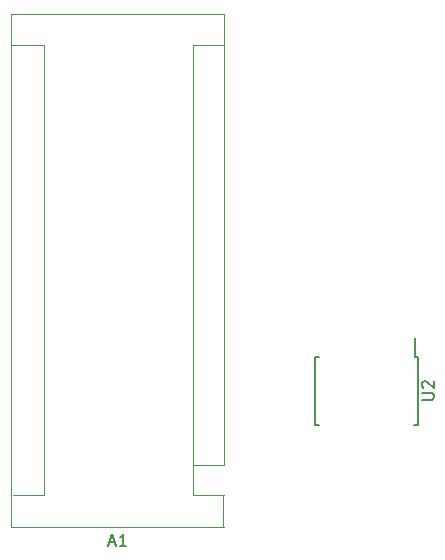
<source format=gbr>
%TF.GenerationSoftware,KiCad,Pcbnew,(6.0.7)*%
%TF.CreationDate,2022-11-11T15:56:39-05:00*%
%TF.ProjectId,single_layer_prototype1,73696e67-6c65-45f6-9c61-7965725f7072,rev?*%
%TF.SameCoordinates,Original*%
%TF.FileFunction,Legend,Top*%
%TF.FilePolarity,Positive*%
%FSLAX46Y46*%
G04 Gerber Fmt 4.6, Leading zero omitted, Abs format (unit mm)*
G04 Created by KiCad (PCBNEW (6.0.7)) date 2022-11-11 15:56:39*
%MOMM*%
%LPD*%
G01*
G04 APERTURE LIST*
%ADD10C,0.150000*%
%ADD11C,0.120000*%
G04 APERTURE END LIST*
D10*
%TO.C,A1*%
X90931685Y-121522408D02*
X91407875Y-121522408D01*
X90836447Y-121808122D02*
X91169780Y-120808122D01*
X91503113Y-121808122D01*
X92360256Y-121808122D02*
X91788828Y-121808122D01*
X92074542Y-121808122D02*
X92074542Y-120808122D01*
X91979304Y-120950980D01*
X91884066Y-121046218D01*
X91788828Y-121093837D01*
%TO.C,U2*%
X117404951Y-109443046D02*
X118214475Y-109443046D01*
X118309713Y-109395427D01*
X118357332Y-109347808D01*
X118404951Y-109252570D01*
X118404951Y-109062094D01*
X118357332Y-108966856D01*
X118309713Y-108919237D01*
X118214475Y-108871618D01*
X117404951Y-108871618D01*
X117500190Y-108443046D02*
X117452571Y-108395427D01*
X117404951Y-108300189D01*
X117404951Y-108062094D01*
X117452571Y-107966856D01*
X117500190Y-107919237D01*
X117595428Y-107871618D01*
X117690666Y-107871618D01*
X117833523Y-107919237D01*
X118404951Y-108490665D01*
X118404951Y-107871618D01*
D11*
%TO.C,A1*%
X97995971Y-115005742D02*
X97995971Y-117545742D01*
X82625971Y-120215742D02*
X100665971Y-120215742D01*
X97995971Y-115005742D02*
X100665971Y-115005742D01*
X82625971Y-76775742D02*
X82625971Y-120215742D01*
X100535971Y-120150742D02*
X100535971Y-117480742D01*
X100665971Y-115005742D02*
X100665971Y-76775742D01*
X85425971Y-117545742D02*
X82755971Y-117545742D01*
X100665971Y-76775742D02*
X82625971Y-76775742D01*
X85360971Y-79445742D02*
X82690971Y-79445742D01*
X97995971Y-115005742D02*
X97995971Y-79445742D01*
X97995971Y-79445742D02*
X100665971Y-79445742D01*
X85360971Y-117545742D02*
X85360971Y-79445742D01*
X97995971Y-117545742D02*
X100665971Y-117545742D01*
D10*
%TO.C,U2*%
X108377571Y-105806142D02*
X108377571Y-111556142D01*
X117027571Y-111556142D02*
X116727571Y-111556142D01*
X108377571Y-105806142D02*
X108677571Y-105806142D01*
X108377571Y-111556142D02*
X108677571Y-111556142D01*
X116802571Y-105806142D02*
X116802571Y-104206142D01*
X117027571Y-105806142D02*
X117027571Y-111556142D01*
X117027571Y-105806142D02*
X116802571Y-105806142D01*
%TD*%
M02*

</source>
